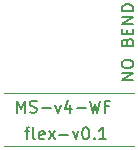
<source format=gbr>
G04 #@! TF.GenerationSoftware,KiCad,Pcbnew,(5.1.0)-1*
G04 #@! TF.CreationDate,2019-09-21T16:07:02-07:00*
G04 #@! TF.ProjectId,Miniscope-v4-wire-free-flex,4d696e69-7363-46f7-9065-2d76342d7769,rev?*
G04 #@! TF.SameCoordinates,Original*
G04 #@! TF.FileFunction,Legend,Top*
G04 #@! TF.FilePolarity,Positive*
%FSLAX46Y46*%
G04 Gerber Fmt 4.6, Leading zero omitted, Abs format (unit mm)*
G04 Created by KiCad (PCBNEW (5.1.0)-1) date 2019-09-21 16:07:02*
%MOMM*%
%LPD*%
G04 APERTURE LIST*
%ADD10C,0.150000*%
%ADD11C,0.120000*%
G04 APERTURE END LIST*
D10*
X45702380Y-32416666D02*
X44702380Y-32416666D01*
X45702380Y-31845238D01*
X44702380Y-31845238D01*
X44702380Y-31178571D02*
X44702380Y-30988095D01*
X44750000Y-30892857D01*
X44845238Y-30797619D01*
X45035714Y-30750000D01*
X45369047Y-30750000D01*
X45559523Y-30797619D01*
X45654761Y-30892857D01*
X45702380Y-30988095D01*
X45702380Y-31178571D01*
X45654761Y-31273809D01*
X45559523Y-31369047D01*
X45369047Y-31416666D01*
X45035714Y-31416666D01*
X44845238Y-31369047D01*
X44750000Y-31273809D01*
X44702380Y-31178571D01*
X45178571Y-29226190D02*
X45226190Y-29083333D01*
X45273809Y-29035714D01*
X45369047Y-28988095D01*
X45511904Y-28988095D01*
X45607142Y-29035714D01*
X45654761Y-29083333D01*
X45702380Y-29178571D01*
X45702380Y-29559523D01*
X44702380Y-29559523D01*
X44702380Y-29226190D01*
X44750000Y-29130952D01*
X44797619Y-29083333D01*
X44892857Y-29035714D01*
X44988095Y-29035714D01*
X45083333Y-29083333D01*
X45130952Y-29130952D01*
X45178571Y-29226190D01*
X45178571Y-29559523D01*
X45178571Y-28559523D02*
X45178571Y-28226190D01*
X45702380Y-28083333D02*
X45702380Y-28559523D01*
X44702380Y-28559523D01*
X44702380Y-28083333D01*
X45702380Y-27654761D02*
X44702380Y-27654761D01*
X45702380Y-27083333D01*
X44702380Y-27083333D01*
X45702380Y-26607142D02*
X44702380Y-26607142D01*
X44702380Y-26369047D01*
X44750000Y-26226190D01*
X44845238Y-26130952D01*
X44940476Y-26083333D01*
X45130952Y-26035714D01*
X45273809Y-26035714D01*
X45464285Y-26083333D01*
X45559523Y-26130952D01*
X45654761Y-26226190D01*
X45702380Y-26369047D01*
X45702380Y-26607142D01*
X36523809Y-36785714D02*
X36904761Y-36785714D01*
X36666666Y-37452380D02*
X36666666Y-36595238D01*
X36714285Y-36500000D01*
X36809523Y-36452380D01*
X36904761Y-36452380D01*
X37380952Y-37452380D02*
X37285714Y-37404761D01*
X37238095Y-37309523D01*
X37238095Y-36452380D01*
X38142857Y-37404761D02*
X38047619Y-37452380D01*
X37857142Y-37452380D01*
X37761904Y-37404761D01*
X37714285Y-37309523D01*
X37714285Y-36928571D01*
X37761904Y-36833333D01*
X37857142Y-36785714D01*
X38047619Y-36785714D01*
X38142857Y-36833333D01*
X38190476Y-36928571D01*
X38190476Y-37023809D01*
X37714285Y-37119047D01*
X38523809Y-37452380D02*
X39047619Y-36785714D01*
X38523809Y-36785714D02*
X39047619Y-37452380D01*
X39428571Y-37071428D02*
X40190476Y-37071428D01*
X40571428Y-36785714D02*
X40809523Y-37452380D01*
X41047619Y-36785714D01*
X41619047Y-36452380D02*
X41714285Y-36452380D01*
X41809523Y-36500000D01*
X41857142Y-36547619D01*
X41904761Y-36642857D01*
X41952380Y-36833333D01*
X41952380Y-37071428D01*
X41904761Y-37261904D01*
X41857142Y-37357142D01*
X41809523Y-37404761D01*
X41714285Y-37452380D01*
X41619047Y-37452380D01*
X41523809Y-37404761D01*
X41476190Y-37357142D01*
X41428571Y-37261904D01*
X41380952Y-37071428D01*
X41380952Y-36833333D01*
X41428571Y-36642857D01*
X41476190Y-36547619D01*
X41523809Y-36500000D01*
X41619047Y-36452380D01*
X42380952Y-37357142D02*
X42428571Y-37404761D01*
X42380952Y-37452380D01*
X42333333Y-37404761D01*
X42380952Y-37357142D01*
X42380952Y-37452380D01*
X43380952Y-37452380D02*
X42809523Y-37452380D01*
X43095238Y-37452380D02*
X43095238Y-36452380D01*
X43000000Y-36595238D01*
X42904761Y-36690476D01*
X42809523Y-36738095D01*
X35845238Y-35202380D02*
X35845238Y-34202380D01*
X36178571Y-34916666D01*
X36511904Y-34202380D01*
X36511904Y-35202380D01*
X36940476Y-35154761D02*
X37083333Y-35202380D01*
X37321428Y-35202380D01*
X37416666Y-35154761D01*
X37464285Y-35107142D01*
X37511904Y-35011904D01*
X37511904Y-34916666D01*
X37464285Y-34821428D01*
X37416666Y-34773809D01*
X37321428Y-34726190D01*
X37130952Y-34678571D01*
X37035714Y-34630952D01*
X36988095Y-34583333D01*
X36940476Y-34488095D01*
X36940476Y-34392857D01*
X36988095Y-34297619D01*
X37035714Y-34250000D01*
X37130952Y-34202380D01*
X37369047Y-34202380D01*
X37511904Y-34250000D01*
X37940476Y-34821428D02*
X38702380Y-34821428D01*
X39083333Y-34535714D02*
X39321428Y-35202380D01*
X39559523Y-34535714D01*
X40369047Y-34535714D02*
X40369047Y-35202380D01*
X40130952Y-34154761D02*
X39892857Y-34869047D01*
X40511904Y-34869047D01*
X40892857Y-34821428D02*
X41654761Y-34821428D01*
X42035714Y-34202380D02*
X42273809Y-35202380D01*
X42464285Y-34488095D01*
X42654761Y-35202380D01*
X42892857Y-34202380D01*
X43607142Y-34678571D02*
X43273809Y-34678571D01*
X43273809Y-35202380D02*
X43273809Y-34202380D01*
X43750000Y-34202380D01*
D11*
X45750000Y-33500000D02*
X34750000Y-33500000D01*
X34750000Y-38000000D02*
X45750000Y-38000000D01*
M02*

</source>
